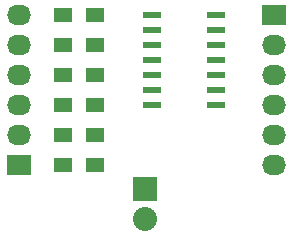
<source format=gbr>
G04 #@! TF.FileFunction,Soldermask,Top*
%FSLAX46Y46*%
G04 Gerber Fmt 4.6, Leading zero omitted, Abs format (unit mm)*
G04 Created by KiCad (PCBNEW (after 2015-mar-04 BZR unknown)-product) date 9/30/2016 11:23:13 AM*
%MOMM*%
G01*
G04 APERTURE LIST*
%ADD10C,0.150000*%
%ADD11R,1.500000X1.300000*%
%ADD12R,1.500000X0.600000*%
%ADD13R,2.032000X1.727200*%
%ADD14O,2.032000X1.727200*%
%ADD15R,2.032000X2.032000*%
%ADD16O,2.032000X2.032000*%
G04 APERTURE END LIST*
D10*
D11*
X36910000Y-25400000D03*
X34210000Y-25400000D03*
X36910000Y-27940000D03*
X34210000Y-27940000D03*
X36910000Y-30480000D03*
X34210000Y-30480000D03*
X36910000Y-33020000D03*
X34210000Y-33020000D03*
X36910000Y-35560000D03*
X34210000Y-35560000D03*
X36910000Y-38100000D03*
X34210000Y-38100000D03*
D12*
X41750000Y-25400000D03*
X41750000Y-26670000D03*
X41750000Y-27940000D03*
X41750000Y-29210000D03*
X41750000Y-30480000D03*
X41750000Y-31750000D03*
X41750000Y-33020000D03*
X47150000Y-33020000D03*
X47150000Y-31750000D03*
X47150000Y-30480000D03*
X47150000Y-29210000D03*
X47150000Y-27940000D03*
X47150000Y-26670000D03*
X47150000Y-25400000D03*
D13*
X30480000Y-38100000D03*
D14*
X30480000Y-35560000D03*
X30480000Y-33020000D03*
X30480000Y-30480000D03*
X30480000Y-27940000D03*
X30480000Y-25400000D03*
D13*
X52070000Y-25400000D03*
D14*
X52070000Y-27940000D03*
X52070000Y-30480000D03*
X52070000Y-33020000D03*
X52070000Y-35560000D03*
X52070000Y-38100000D03*
D15*
X41148000Y-40132000D03*
D16*
X41148000Y-42672000D03*
M02*

</source>
